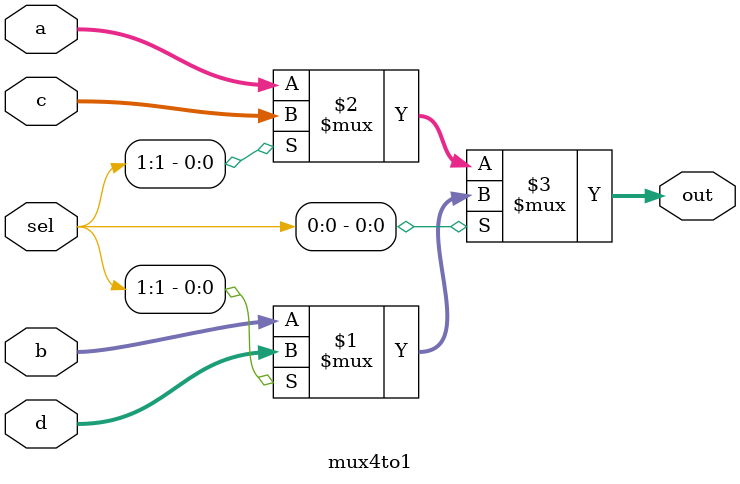
<source format=v>
module mux4to1(
  input wire [7:0] a,
  input wire [7:0] b,
  input wire [7:0] c,
  input wire [7:0] d,
  input wire [1:0] sel,
  output wire [7:0] out);
  
   assign out = sel[0]?(sel[1]?d:b):(sel[1]?c:a);
  
endmodule

</source>
